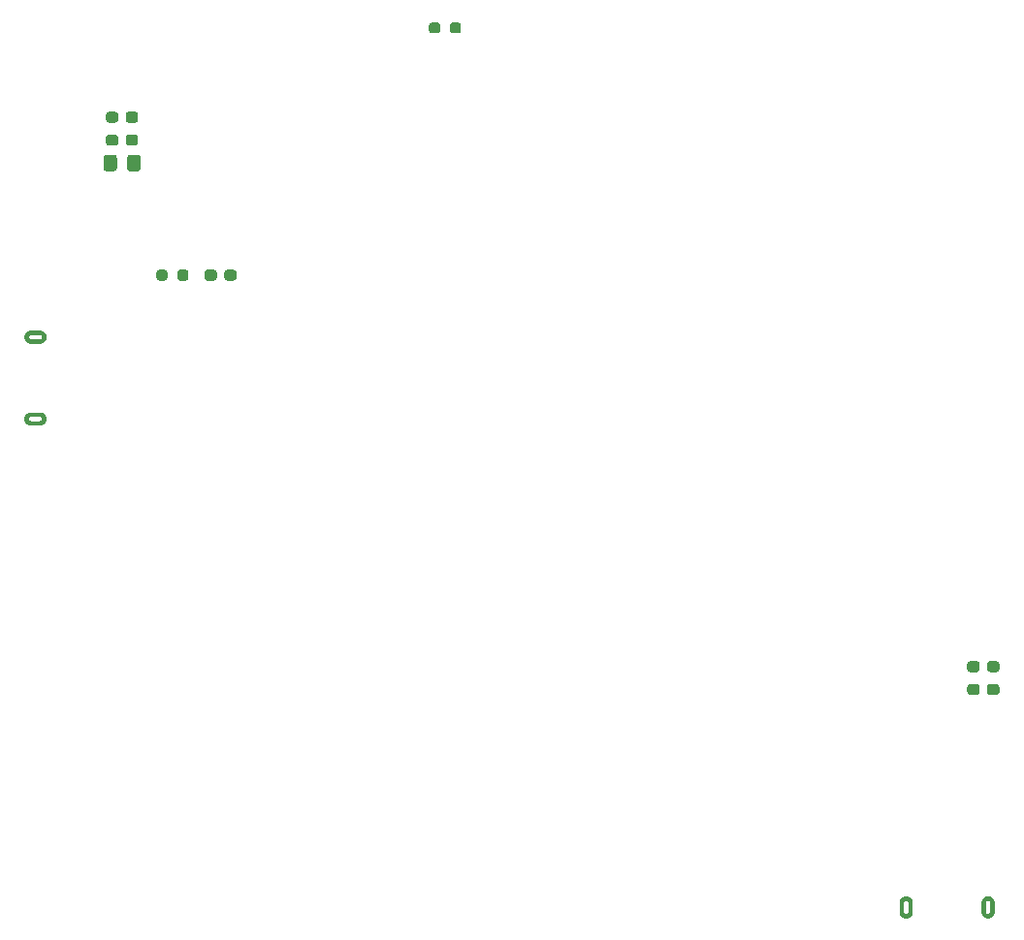
<source format=gbr>
G04 #@! TF.GenerationSoftware,KiCad,Pcbnew,(5.1.12)-1*
G04 #@! TF.CreationDate,2022-03-24T17:08:19-05:00*
G04 #@! TF.ProjectId,AVR-CTF,4156522d-4354-4462-9e6b-696361645f70,rev?*
G04 #@! TF.SameCoordinates,Original*
G04 #@! TF.FileFunction,Paste,Bot*
G04 #@! TF.FilePolarity,Positive*
%FSLAX46Y46*%
G04 Gerber Fmt 4.6, Leading zero omitted, Abs format (unit mm)*
G04 Created by KiCad (PCBNEW (5.1.12)-1) date 2022-03-24 17:08:19*
%MOMM*%
%LPD*%
G01*
G04 APERTURE LIST*
%ADD10C,0.001000*%
G04 APERTURE END LIST*
D10*
G36*
X196798000Y-123365000D02*
G01*
X196798000Y-123765000D01*
X196798000Y-123777000D01*
X196797000Y-123789000D01*
X196795000Y-123800000D01*
X196793000Y-123812000D01*
X196790000Y-123823000D01*
X196787000Y-123835000D01*
X196783000Y-123846000D01*
X196779000Y-123857000D01*
X196773000Y-123867000D01*
X196768000Y-123878000D01*
X196762000Y-123888000D01*
X196755000Y-123897000D01*
X196748000Y-123907000D01*
X196740000Y-123916000D01*
X196732000Y-123924000D01*
X196724000Y-123932000D01*
X196715000Y-123940000D01*
X196705000Y-123947000D01*
X196696000Y-123954000D01*
X196686000Y-123960000D01*
X196675000Y-123965000D01*
X196665000Y-123971000D01*
X196654000Y-123975000D01*
X196643000Y-123979000D01*
X196631000Y-123982000D01*
X196620000Y-123985000D01*
X196608000Y-123987000D01*
X196597000Y-123989000D01*
X196585000Y-123990000D01*
X196573000Y-123990000D01*
X196561000Y-123990000D01*
X196549000Y-123989000D01*
X196538000Y-123987000D01*
X196526000Y-123985000D01*
X196515000Y-123982000D01*
X196503000Y-123979000D01*
X196492000Y-123975000D01*
X196481000Y-123971000D01*
X196471000Y-123965000D01*
X196461000Y-123960000D01*
X196450000Y-123954000D01*
X196441000Y-123947000D01*
X196431000Y-123940000D01*
X196422000Y-123932000D01*
X196414000Y-123924000D01*
X196406000Y-123916000D01*
X196398000Y-123907000D01*
X196391000Y-123897000D01*
X196384000Y-123888000D01*
X196378000Y-123877000D01*
X196373000Y-123867000D01*
X196367000Y-123857000D01*
X196363000Y-123846000D01*
X196359000Y-123835000D01*
X196356000Y-123823000D01*
X196353000Y-123812000D01*
X196351000Y-123800000D01*
X196349000Y-123789000D01*
X196348000Y-123777000D01*
X196348000Y-123765000D01*
X196348000Y-123365000D01*
X196048000Y-123365000D01*
X196048000Y-123765000D01*
X196049000Y-123792000D01*
X196051000Y-123820000D01*
X196054000Y-123847000D01*
X196059000Y-123874000D01*
X196066000Y-123901000D01*
X196074000Y-123927000D01*
X196083000Y-123953000D01*
X196093000Y-123979000D01*
X196105000Y-124003000D01*
X196118000Y-124027000D01*
X196133000Y-124051000D01*
X196148000Y-124074000D01*
X196165000Y-124095000D01*
X196183000Y-124116000D01*
X196202000Y-124136000D01*
X196222000Y-124155000D01*
X196243000Y-124173000D01*
X196264000Y-124190000D01*
X196287000Y-124205000D01*
X196311000Y-124220000D01*
X196335000Y-124233000D01*
X196359000Y-124245000D01*
X196385000Y-124255000D01*
X196411000Y-124264000D01*
X196437000Y-124272000D01*
X196464000Y-124279000D01*
X196491000Y-124284000D01*
X196518000Y-124287000D01*
X196546000Y-124289000D01*
X196573000Y-124290000D01*
X196600000Y-124289000D01*
X196628000Y-124287000D01*
X196655000Y-124284000D01*
X196682000Y-124279000D01*
X196709000Y-124272000D01*
X196735000Y-124264000D01*
X196761000Y-124255000D01*
X196787000Y-124245000D01*
X196811000Y-124233000D01*
X196835000Y-124220000D01*
X196859000Y-124205000D01*
X196882000Y-124190000D01*
X196903000Y-124173000D01*
X196924000Y-124155000D01*
X196944000Y-124136000D01*
X196963000Y-124116000D01*
X196981000Y-124095000D01*
X196998000Y-124074000D01*
X197013000Y-124051000D01*
X197028000Y-124028000D01*
X197041000Y-124003000D01*
X197053000Y-123979000D01*
X197063000Y-123953000D01*
X197072000Y-123927000D01*
X197080000Y-123901000D01*
X197087000Y-123874000D01*
X197092000Y-123847000D01*
X197095000Y-123820000D01*
X197097000Y-123792000D01*
X197098000Y-123765000D01*
X197098000Y-123365000D01*
X196798000Y-123365000D01*
G37*
X196798000Y-123365000D02*
X196798000Y-123765000D01*
X196798000Y-123777000D01*
X196797000Y-123789000D01*
X196795000Y-123800000D01*
X196793000Y-123812000D01*
X196790000Y-123823000D01*
X196787000Y-123835000D01*
X196783000Y-123846000D01*
X196779000Y-123857000D01*
X196773000Y-123867000D01*
X196768000Y-123878000D01*
X196762000Y-123888000D01*
X196755000Y-123897000D01*
X196748000Y-123907000D01*
X196740000Y-123916000D01*
X196732000Y-123924000D01*
X196724000Y-123932000D01*
X196715000Y-123940000D01*
X196705000Y-123947000D01*
X196696000Y-123954000D01*
X196686000Y-123960000D01*
X196675000Y-123965000D01*
X196665000Y-123971000D01*
X196654000Y-123975000D01*
X196643000Y-123979000D01*
X196631000Y-123982000D01*
X196620000Y-123985000D01*
X196608000Y-123987000D01*
X196597000Y-123989000D01*
X196585000Y-123990000D01*
X196573000Y-123990000D01*
X196561000Y-123990000D01*
X196549000Y-123989000D01*
X196538000Y-123987000D01*
X196526000Y-123985000D01*
X196515000Y-123982000D01*
X196503000Y-123979000D01*
X196492000Y-123975000D01*
X196481000Y-123971000D01*
X196471000Y-123965000D01*
X196461000Y-123960000D01*
X196450000Y-123954000D01*
X196441000Y-123947000D01*
X196431000Y-123940000D01*
X196422000Y-123932000D01*
X196414000Y-123924000D01*
X196406000Y-123916000D01*
X196398000Y-123907000D01*
X196391000Y-123897000D01*
X196384000Y-123888000D01*
X196378000Y-123877000D01*
X196373000Y-123867000D01*
X196367000Y-123857000D01*
X196363000Y-123846000D01*
X196359000Y-123835000D01*
X196356000Y-123823000D01*
X196353000Y-123812000D01*
X196351000Y-123800000D01*
X196349000Y-123789000D01*
X196348000Y-123777000D01*
X196348000Y-123765000D01*
X196348000Y-123365000D01*
X196048000Y-123365000D01*
X196048000Y-123765000D01*
X196049000Y-123792000D01*
X196051000Y-123820000D01*
X196054000Y-123847000D01*
X196059000Y-123874000D01*
X196066000Y-123901000D01*
X196074000Y-123927000D01*
X196083000Y-123953000D01*
X196093000Y-123979000D01*
X196105000Y-124003000D01*
X196118000Y-124027000D01*
X196133000Y-124051000D01*
X196148000Y-124074000D01*
X196165000Y-124095000D01*
X196183000Y-124116000D01*
X196202000Y-124136000D01*
X196222000Y-124155000D01*
X196243000Y-124173000D01*
X196264000Y-124190000D01*
X196287000Y-124205000D01*
X196311000Y-124220000D01*
X196335000Y-124233000D01*
X196359000Y-124245000D01*
X196385000Y-124255000D01*
X196411000Y-124264000D01*
X196437000Y-124272000D01*
X196464000Y-124279000D01*
X196491000Y-124284000D01*
X196518000Y-124287000D01*
X196546000Y-124289000D01*
X196573000Y-124290000D01*
X196600000Y-124289000D01*
X196628000Y-124287000D01*
X196655000Y-124284000D01*
X196682000Y-124279000D01*
X196709000Y-124272000D01*
X196735000Y-124264000D01*
X196761000Y-124255000D01*
X196787000Y-124245000D01*
X196811000Y-124233000D01*
X196835000Y-124220000D01*
X196859000Y-124205000D01*
X196882000Y-124190000D01*
X196903000Y-124173000D01*
X196924000Y-124155000D01*
X196944000Y-124136000D01*
X196963000Y-124116000D01*
X196981000Y-124095000D01*
X196998000Y-124074000D01*
X197013000Y-124051000D01*
X197028000Y-124028000D01*
X197041000Y-124003000D01*
X197053000Y-123979000D01*
X197063000Y-123953000D01*
X197072000Y-123927000D01*
X197080000Y-123901000D01*
X197087000Y-123874000D01*
X197092000Y-123847000D01*
X197095000Y-123820000D01*
X197097000Y-123792000D01*
X197098000Y-123765000D01*
X197098000Y-123365000D01*
X196798000Y-123365000D01*
G36*
X196348000Y-123365000D02*
G01*
X196348000Y-122965000D01*
X196348000Y-122953000D01*
X196349000Y-122941000D01*
X196351000Y-122930000D01*
X196353000Y-122918000D01*
X196356000Y-122907000D01*
X196359000Y-122895000D01*
X196363000Y-122884000D01*
X196367000Y-122873000D01*
X196373000Y-122863000D01*
X196378000Y-122853000D01*
X196384000Y-122842000D01*
X196391000Y-122833000D01*
X196398000Y-122823000D01*
X196406000Y-122814000D01*
X196414000Y-122806000D01*
X196422000Y-122798000D01*
X196431000Y-122790000D01*
X196441000Y-122783000D01*
X196450000Y-122776000D01*
X196461000Y-122770000D01*
X196471000Y-122765000D01*
X196481000Y-122759000D01*
X196492000Y-122755000D01*
X196503000Y-122751000D01*
X196515000Y-122748000D01*
X196526000Y-122745000D01*
X196538000Y-122743000D01*
X196549000Y-122741000D01*
X196561000Y-122740000D01*
X196573000Y-122740000D01*
X196585000Y-122740000D01*
X196597000Y-122741000D01*
X196608000Y-122743000D01*
X196620000Y-122745000D01*
X196631000Y-122748000D01*
X196643000Y-122751000D01*
X196654000Y-122755000D01*
X196665000Y-122759000D01*
X196675000Y-122765000D01*
X196686000Y-122770000D01*
X196696000Y-122776000D01*
X196705000Y-122783000D01*
X196715000Y-122790000D01*
X196724000Y-122798000D01*
X196732000Y-122806000D01*
X196740000Y-122814000D01*
X196748000Y-122823000D01*
X196755000Y-122833000D01*
X196762000Y-122842000D01*
X196768000Y-122852000D01*
X196773000Y-122863000D01*
X196779000Y-122873000D01*
X196783000Y-122884000D01*
X196787000Y-122895000D01*
X196790000Y-122907000D01*
X196793000Y-122918000D01*
X196795000Y-122930000D01*
X196797000Y-122941000D01*
X196798000Y-122953000D01*
X196798000Y-122965000D01*
X196798000Y-123365000D01*
X197098000Y-123365000D01*
X197098000Y-122965000D01*
X197097000Y-122938000D01*
X197095000Y-122910000D01*
X197092000Y-122883000D01*
X197087000Y-122856000D01*
X197080000Y-122829000D01*
X197072000Y-122803000D01*
X197063000Y-122777000D01*
X197053000Y-122751000D01*
X197041000Y-122727000D01*
X197028000Y-122702000D01*
X197013000Y-122679000D01*
X196998000Y-122656000D01*
X196981000Y-122635000D01*
X196963000Y-122614000D01*
X196944000Y-122594000D01*
X196924000Y-122575000D01*
X196903000Y-122557000D01*
X196882000Y-122540000D01*
X196859000Y-122525000D01*
X196835000Y-122510000D01*
X196811000Y-122497000D01*
X196787000Y-122485000D01*
X196761000Y-122475000D01*
X196735000Y-122466000D01*
X196709000Y-122458000D01*
X196682000Y-122451000D01*
X196655000Y-122446000D01*
X196628000Y-122443000D01*
X196600000Y-122441000D01*
X196573000Y-122440000D01*
X196546000Y-122441000D01*
X196518000Y-122443000D01*
X196491000Y-122446000D01*
X196464000Y-122451000D01*
X196437000Y-122458000D01*
X196411000Y-122466000D01*
X196385000Y-122475000D01*
X196359000Y-122485000D01*
X196335000Y-122497000D01*
X196311000Y-122510000D01*
X196287000Y-122525000D01*
X196264000Y-122540000D01*
X196243000Y-122557000D01*
X196222000Y-122575000D01*
X196202000Y-122594000D01*
X196183000Y-122614000D01*
X196165000Y-122635000D01*
X196148000Y-122656000D01*
X196133000Y-122679000D01*
X196118000Y-122703000D01*
X196105000Y-122727000D01*
X196093000Y-122751000D01*
X196083000Y-122777000D01*
X196074000Y-122803000D01*
X196066000Y-122829000D01*
X196059000Y-122856000D01*
X196054000Y-122883000D01*
X196051000Y-122910000D01*
X196049000Y-122938000D01*
X196048000Y-122965000D01*
X196048000Y-123365000D01*
X196348000Y-123365000D01*
G37*
X196348000Y-123365000D02*
X196348000Y-122965000D01*
X196348000Y-122953000D01*
X196349000Y-122941000D01*
X196351000Y-122930000D01*
X196353000Y-122918000D01*
X196356000Y-122907000D01*
X196359000Y-122895000D01*
X196363000Y-122884000D01*
X196367000Y-122873000D01*
X196373000Y-122863000D01*
X196378000Y-122853000D01*
X196384000Y-122842000D01*
X196391000Y-122833000D01*
X196398000Y-122823000D01*
X196406000Y-122814000D01*
X196414000Y-122806000D01*
X196422000Y-122798000D01*
X196431000Y-122790000D01*
X196441000Y-122783000D01*
X196450000Y-122776000D01*
X196461000Y-122770000D01*
X196471000Y-122765000D01*
X196481000Y-122759000D01*
X196492000Y-122755000D01*
X196503000Y-122751000D01*
X196515000Y-122748000D01*
X196526000Y-122745000D01*
X196538000Y-122743000D01*
X196549000Y-122741000D01*
X196561000Y-122740000D01*
X196573000Y-122740000D01*
X196585000Y-122740000D01*
X196597000Y-122741000D01*
X196608000Y-122743000D01*
X196620000Y-122745000D01*
X196631000Y-122748000D01*
X196643000Y-122751000D01*
X196654000Y-122755000D01*
X196665000Y-122759000D01*
X196675000Y-122765000D01*
X196686000Y-122770000D01*
X196696000Y-122776000D01*
X196705000Y-122783000D01*
X196715000Y-122790000D01*
X196724000Y-122798000D01*
X196732000Y-122806000D01*
X196740000Y-122814000D01*
X196748000Y-122823000D01*
X196755000Y-122833000D01*
X196762000Y-122842000D01*
X196768000Y-122852000D01*
X196773000Y-122863000D01*
X196779000Y-122873000D01*
X196783000Y-122884000D01*
X196787000Y-122895000D01*
X196790000Y-122907000D01*
X196793000Y-122918000D01*
X196795000Y-122930000D01*
X196797000Y-122941000D01*
X196798000Y-122953000D01*
X196798000Y-122965000D01*
X196798000Y-123365000D01*
X197098000Y-123365000D01*
X197098000Y-122965000D01*
X197097000Y-122938000D01*
X197095000Y-122910000D01*
X197092000Y-122883000D01*
X197087000Y-122856000D01*
X197080000Y-122829000D01*
X197072000Y-122803000D01*
X197063000Y-122777000D01*
X197053000Y-122751000D01*
X197041000Y-122727000D01*
X197028000Y-122702000D01*
X197013000Y-122679000D01*
X196998000Y-122656000D01*
X196981000Y-122635000D01*
X196963000Y-122614000D01*
X196944000Y-122594000D01*
X196924000Y-122575000D01*
X196903000Y-122557000D01*
X196882000Y-122540000D01*
X196859000Y-122525000D01*
X196835000Y-122510000D01*
X196811000Y-122497000D01*
X196787000Y-122485000D01*
X196761000Y-122475000D01*
X196735000Y-122466000D01*
X196709000Y-122458000D01*
X196682000Y-122451000D01*
X196655000Y-122446000D01*
X196628000Y-122443000D01*
X196600000Y-122441000D01*
X196573000Y-122440000D01*
X196546000Y-122441000D01*
X196518000Y-122443000D01*
X196491000Y-122446000D01*
X196464000Y-122451000D01*
X196437000Y-122458000D01*
X196411000Y-122466000D01*
X196385000Y-122475000D01*
X196359000Y-122485000D01*
X196335000Y-122497000D01*
X196311000Y-122510000D01*
X196287000Y-122525000D01*
X196264000Y-122540000D01*
X196243000Y-122557000D01*
X196222000Y-122575000D01*
X196202000Y-122594000D01*
X196183000Y-122614000D01*
X196165000Y-122635000D01*
X196148000Y-122656000D01*
X196133000Y-122679000D01*
X196118000Y-122703000D01*
X196105000Y-122727000D01*
X196093000Y-122751000D01*
X196083000Y-122777000D01*
X196074000Y-122803000D01*
X196066000Y-122829000D01*
X196059000Y-122856000D01*
X196054000Y-122883000D01*
X196051000Y-122910000D01*
X196049000Y-122938000D01*
X196048000Y-122965000D01*
X196048000Y-123365000D01*
X196348000Y-123365000D01*
G36*
X189648000Y-123365000D02*
G01*
X189648000Y-123765000D01*
X189648000Y-123777000D01*
X189647000Y-123789000D01*
X189645000Y-123800000D01*
X189643000Y-123812000D01*
X189640000Y-123823000D01*
X189637000Y-123835000D01*
X189633000Y-123846000D01*
X189629000Y-123857000D01*
X189623000Y-123867000D01*
X189618000Y-123877000D01*
X189612000Y-123888000D01*
X189605000Y-123897000D01*
X189598000Y-123907000D01*
X189590000Y-123916000D01*
X189582000Y-123924000D01*
X189574000Y-123932000D01*
X189565000Y-123940000D01*
X189555000Y-123947000D01*
X189546000Y-123954000D01*
X189535000Y-123960000D01*
X189525000Y-123965000D01*
X189515000Y-123971000D01*
X189504000Y-123975000D01*
X189493000Y-123979000D01*
X189481000Y-123982000D01*
X189470000Y-123985000D01*
X189458000Y-123987000D01*
X189447000Y-123989000D01*
X189435000Y-123990000D01*
X189423000Y-123990000D01*
X189411000Y-123990000D01*
X189399000Y-123989000D01*
X189388000Y-123987000D01*
X189376000Y-123985000D01*
X189365000Y-123982000D01*
X189353000Y-123979000D01*
X189342000Y-123975000D01*
X189331000Y-123971000D01*
X189321000Y-123965000D01*
X189310000Y-123960000D01*
X189300000Y-123954000D01*
X189291000Y-123947000D01*
X189281000Y-123940000D01*
X189272000Y-123932000D01*
X189264000Y-123924000D01*
X189256000Y-123916000D01*
X189248000Y-123907000D01*
X189241000Y-123897000D01*
X189234000Y-123888000D01*
X189228000Y-123878000D01*
X189223000Y-123867000D01*
X189217000Y-123857000D01*
X189213000Y-123846000D01*
X189209000Y-123835000D01*
X189206000Y-123823000D01*
X189203000Y-123812000D01*
X189201000Y-123800000D01*
X189199000Y-123789000D01*
X189198000Y-123777000D01*
X189198000Y-123765000D01*
X189198000Y-123365000D01*
X188898000Y-123365000D01*
X188898000Y-123765000D01*
X188899000Y-123792000D01*
X188901000Y-123820000D01*
X188904000Y-123847000D01*
X188909000Y-123874000D01*
X188916000Y-123901000D01*
X188924000Y-123927000D01*
X188933000Y-123953000D01*
X188943000Y-123979000D01*
X188955000Y-124003000D01*
X188968000Y-124028000D01*
X188983000Y-124051000D01*
X188998000Y-124074000D01*
X189015000Y-124095000D01*
X189033000Y-124116000D01*
X189052000Y-124136000D01*
X189072000Y-124155000D01*
X189093000Y-124173000D01*
X189114000Y-124190000D01*
X189137000Y-124205000D01*
X189161000Y-124220000D01*
X189185000Y-124233000D01*
X189209000Y-124245000D01*
X189235000Y-124255000D01*
X189261000Y-124264000D01*
X189287000Y-124272000D01*
X189314000Y-124279000D01*
X189341000Y-124284000D01*
X189368000Y-124287000D01*
X189396000Y-124289000D01*
X189423000Y-124290000D01*
X189450000Y-124289000D01*
X189478000Y-124287000D01*
X189505000Y-124284000D01*
X189532000Y-124279000D01*
X189559000Y-124272000D01*
X189585000Y-124264000D01*
X189611000Y-124255000D01*
X189637000Y-124245000D01*
X189661000Y-124233000D01*
X189685000Y-124220000D01*
X189709000Y-124205000D01*
X189732000Y-124190000D01*
X189753000Y-124173000D01*
X189774000Y-124155000D01*
X189794000Y-124136000D01*
X189813000Y-124116000D01*
X189831000Y-124095000D01*
X189848000Y-124074000D01*
X189863000Y-124051000D01*
X189878000Y-124027000D01*
X189891000Y-124003000D01*
X189903000Y-123979000D01*
X189913000Y-123953000D01*
X189922000Y-123927000D01*
X189930000Y-123901000D01*
X189937000Y-123874000D01*
X189942000Y-123847000D01*
X189945000Y-123820000D01*
X189947000Y-123792000D01*
X189948000Y-123765000D01*
X189948000Y-123365000D01*
X189648000Y-123365000D01*
G37*
X189648000Y-123365000D02*
X189648000Y-123765000D01*
X189648000Y-123777000D01*
X189647000Y-123789000D01*
X189645000Y-123800000D01*
X189643000Y-123812000D01*
X189640000Y-123823000D01*
X189637000Y-123835000D01*
X189633000Y-123846000D01*
X189629000Y-123857000D01*
X189623000Y-123867000D01*
X189618000Y-123877000D01*
X189612000Y-123888000D01*
X189605000Y-123897000D01*
X189598000Y-123907000D01*
X189590000Y-123916000D01*
X189582000Y-123924000D01*
X189574000Y-123932000D01*
X189565000Y-123940000D01*
X189555000Y-123947000D01*
X189546000Y-123954000D01*
X189535000Y-123960000D01*
X189525000Y-123965000D01*
X189515000Y-123971000D01*
X189504000Y-123975000D01*
X189493000Y-123979000D01*
X189481000Y-123982000D01*
X189470000Y-123985000D01*
X189458000Y-123987000D01*
X189447000Y-123989000D01*
X189435000Y-123990000D01*
X189423000Y-123990000D01*
X189411000Y-123990000D01*
X189399000Y-123989000D01*
X189388000Y-123987000D01*
X189376000Y-123985000D01*
X189365000Y-123982000D01*
X189353000Y-123979000D01*
X189342000Y-123975000D01*
X189331000Y-123971000D01*
X189321000Y-123965000D01*
X189310000Y-123960000D01*
X189300000Y-123954000D01*
X189291000Y-123947000D01*
X189281000Y-123940000D01*
X189272000Y-123932000D01*
X189264000Y-123924000D01*
X189256000Y-123916000D01*
X189248000Y-123907000D01*
X189241000Y-123897000D01*
X189234000Y-123888000D01*
X189228000Y-123878000D01*
X189223000Y-123867000D01*
X189217000Y-123857000D01*
X189213000Y-123846000D01*
X189209000Y-123835000D01*
X189206000Y-123823000D01*
X189203000Y-123812000D01*
X189201000Y-123800000D01*
X189199000Y-123789000D01*
X189198000Y-123777000D01*
X189198000Y-123765000D01*
X189198000Y-123365000D01*
X188898000Y-123365000D01*
X188898000Y-123765000D01*
X188899000Y-123792000D01*
X188901000Y-123820000D01*
X188904000Y-123847000D01*
X188909000Y-123874000D01*
X188916000Y-123901000D01*
X188924000Y-123927000D01*
X188933000Y-123953000D01*
X188943000Y-123979000D01*
X188955000Y-124003000D01*
X188968000Y-124028000D01*
X188983000Y-124051000D01*
X188998000Y-124074000D01*
X189015000Y-124095000D01*
X189033000Y-124116000D01*
X189052000Y-124136000D01*
X189072000Y-124155000D01*
X189093000Y-124173000D01*
X189114000Y-124190000D01*
X189137000Y-124205000D01*
X189161000Y-124220000D01*
X189185000Y-124233000D01*
X189209000Y-124245000D01*
X189235000Y-124255000D01*
X189261000Y-124264000D01*
X189287000Y-124272000D01*
X189314000Y-124279000D01*
X189341000Y-124284000D01*
X189368000Y-124287000D01*
X189396000Y-124289000D01*
X189423000Y-124290000D01*
X189450000Y-124289000D01*
X189478000Y-124287000D01*
X189505000Y-124284000D01*
X189532000Y-124279000D01*
X189559000Y-124272000D01*
X189585000Y-124264000D01*
X189611000Y-124255000D01*
X189637000Y-124245000D01*
X189661000Y-124233000D01*
X189685000Y-124220000D01*
X189709000Y-124205000D01*
X189732000Y-124190000D01*
X189753000Y-124173000D01*
X189774000Y-124155000D01*
X189794000Y-124136000D01*
X189813000Y-124116000D01*
X189831000Y-124095000D01*
X189848000Y-124074000D01*
X189863000Y-124051000D01*
X189878000Y-124027000D01*
X189891000Y-124003000D01*
X189903000Y-123979000D01*
X189913000Y-123953000D01*
X189922000Y-123927000D01*
X189930000Y-123901000D01*
X189937000Y-123874000D01*
X189942000Y-123847000D01*
X189945000Y-123820000D01*
X189947000Y-123792000D01*
X189948000Y-123765000D01*
X189948000Y-123365000D01*
X189648000Y-123365000D01*
G36*
X189198000Y-123365000D02*
G01*
X189198000Y-122965000D01*
X189198000Y-122953000D01*
X189199000Y-122941000D01*
X189201000Y-122930000D01*
X189203000Y-122918000D01*
X189206000Y-122907000D01*
X189209000Y-122895000D01*
X189213000Y-122884000D01*
X189217000Y-122873000D01*
X189223000Y-122863000D01*
X189228000Y-122852000D01*
X189234000Y-122842000D01*
X189241000Y-122833000D01*
X189248000Y-122823000D01*
X189256000Y-122814000D01*
X189264000Y-122806000D01*
X189272000Y-122798000D01*
X189281000Y-122790000D01*
X189291000Y-122783000D01*
X189300000Y-122776000D01*
X189310000Y-122770000D01*
X189321000Y-122765000D01*
X189331000Y-122759000D01*
X189342000Y-122755000D01*
X189353000Y-122751000D01*
X189365000Y-122748000D01*
X189376000Y-122745000D01*
X189388000Y-122743000D01*
X189399000Y-122741000D01*
X189411000Y-122740000D01*
X189423000Y-122740000D01*
X189435000Y-122740000D01*
X189447000Y-122741000D01*
X189458000Y-122743000D01*
X189470000Y-122745000D01*
X189481000Y-122748000D01*
X189493000Y-122751000D01*
X189504000Y-122755000D01*
X189515000Y-122759000D01*
X189525000Y-122765000D01*
X189535000Y-122770000D01*
X189546000Y-122776000D01*
X189555000Y-122783000D01*
X189565000Y-122790000D01*
X189574000Y-122798000D01*
X189582000Y-122806000D01*
X189590000Y-122814000D01*
X189598000Y-122823000D01*
X189605000Y-122833000D01*
X189612000Y-122842000D01*
X189618000Y-122853000D01*
X189623000Y-122863000D01*
X189629000Y-122873000D01*
X189633000Y-122884000D01*
X189637000Y-122895000D01*
X189640000Y-122907000D01*
X189643000Y-122918000D01*
X189645000Y-122930000D01*
X189647000Y-122941000D01*
X189648000Y-122953000D01*
X189648000Y-122965000D01*
X189648000Y-123365000D01*
X189948000Y-123365000D01*
X189948000Y-122965000D01*
X189947000Y-122938000D01*
X189945000Y-122910000D01*
X189942000Y-122883000D01*
X189937000Y-122856000D01*
X189930000Y-122829000D01*
X189922000Y-122803000D01*
X189913000Y-122777000D01*
X189903000Y-122751000D01*
X189891000Y-122727000D01*
X189878000Y-122703000D01*
X189863000Y-122679000D01*
X189848000Y-122656000D01*
X189831000Y-122635000D01*
X189813000Y-122614000D01*
X189794000Y-122594000D01*
X189774000Y-122575000D01*
X189753000Y-122557000D01*
X189732000Y-122540000D01*
X189709000Y-122525000D01*
X189685000Y-122510000D01*
X189661000Y-122497000D01*
X189637000Y-122485000D01*
X189611000Y-122475000D01*
X189585000Y-122466000D01*
X189559000Y-122458000D01*
X189532000Y-122451000D01*
X189505000Y-122446000D01*
X189478000Y-122443000D01*
X189450000Y-122441000D01*
X189423000Y-122440000D01*
X189396000Y-122441000D01*
X189368000Y-122443000D01*
X189341000Y-122446000D01*
X189314000Y-122451000D01*
X189287000Y-122458000D01*
X189261000Y-122466000D01*
X189235000Y-122475000D01*
X189209000Y-122485000D01*
X189185000Y-122497000D01*
X189161000Y-122510000D01*
X189137000Y-122525000D01*
X189114000Y-122540000D01*
X189093000Y-122557000D01*
X189072000Y-122575000D01*
X189052000Y-122594000D01*
X189033000Y-122614000D01*
X189015000Y-122635000D01*
X188998000Y-122656000D01*
X188983000Y-122679000D01*
X188968000Y-122702000D01*
X188955000Y-122727000D01*
X188943000Y-122751000D01*
X188933000Y-122777000D01*
X188924000Y-122803000D01*
X188916000Y-122829000D01*
X188909000Y-122856000D01*
X188904000Y-122883000D01*
X188901000Y-122910000D01*
X188899000Y-122938000D01*
X188898000Y-122965000D01*
X188898000Y-123365000D01*
X189198000Y-123365000D01*
G37*
X189198000Y-123365000D02*
X189198000Y-122965000D01*
X189198000Y-122953000D01*
X189199000Y-122941000D01*
X189201000Y-122930000D01*
X189203000Y-122918000D01*
X189206000Y-122907000D01*
X189209000Y-122895000D01*
X189213000Y-122884000D01*
X189217000Y-122873000D01*
X189223000Y-122863000D01*
X189228000Y-122852000D01*
X189234000Y-122842000D01*
X189241000Y-122833000D01*
X189248000Y-122823000D01*
X189256000Y-122814000D01*
X189264000Y-122806000D01*
X189272000Y-122798000D01*
X189281000Y-122790000D01*
X189291000Y-122783000D01*
X189300000Y-122776000D01*
X189310000Y-122770000D01*
X189321000Y-122765000D01*
X189331000Y-122759000D01*
X189342000Y-122755000D01*
X189353000Y-122751000D01*
X189365000Y-122748000D01*
X189376000Y-122745000D01*
X189388000Y-122743000D01*
X189399000Y-122741000D01*
X189411000Y-122740000D01*
X189423000Y-122740000D01*
X189435000Y-122740000D01*
X189447000Y-122741000D01*
X189458000Y-122743000D01*
X189470000Y-122745000D01*
X189481000Y-122748000D01*
X189493000Y-122751000D01*
X189504000Y-122755000D01*
X189515000Y-122759000D01*
X189525000Y-122765000D01*
X189535000Y-122770000D01*
X189546000Y-122776000D01*
X189555000Y-122783000D01*
X189565000Y-122790000D01*
X189574000Y-122798000D01*
X189582000Y-122806000D01*
X189590000Y-122814000D01*
X189598000Y-122823000D01*
X189605000Y-122833000D01*
X189612000Y-122842000D01*
X189618000Y-122853000D01*
X189623000Y-122863000D01*
X189629000Y-122873000D01*
X189633000Y-122884000D01*
X189637000Y-122895000D01*
X189640000Y-122907000D01*
X189643000Y-122918000D01*
X189645000Y-122930000D01*
X189647000Y-122941000D01*
X189648000Y-122953000D01*
X189648000Y-122965000D01*
X189648000Y-123365000D01*
X189948000Y-123365000D01*
X189948000Y-122965000D01*
X189947000Y-122938000D01*
X189945000Y-122910000D01*
X189942000Y-122883000D01*
X189937000Y-122856000D01*
X189930000Y-122829000D01*
X189922000Y-122803000D01*
X189913000Y-122777000D01*
X189903000Y-122751000D01*
X189891000Y-122727000D01*
X189878000Y-122703000D01*
X189863000Y-122679000D01*
X189848000Y-122656000D01*
X189831000Y-122635000D01*
X189813000Y-122614000D01*
X189794000Y-122594000D01*
X189774000Y-122575000D01*
X189753000Y-122557000D01*
X189732000Y-122540000D01*
X189709000Y-122525000D01*
X189685000Y-122510000D01*
X189661000Y-122497000D01*
X189637000Y-122485000D01*
X189611000Y-122475000D01*
X189585000Y-122466000D01*
X189559000Y-122458000D01*
X189532000Y-122451000D01*
X189505000Y-122446000D01*
X189478000Y-122443000D01*
X189450000Y-122441000D01*
X189423000Y-122440000D01*
X189396000Y-122441000D01*
X189368000Y-122443000D01*
X189341000Y-122446000D01*
X189314000Y-122451000D01*
X189287000Y-122458000D01*
X189261000Y-122466000D01*
X189235000Y-122475000D01*
X189209000Y-122485000D01*
X189185000Y-122497000D01*
X189161000Y-122510000D01*
X189137000Y-122525000D01*
X189114000Y-122540000D01*
X189093000Y-122557000D01*
X189072000Y-122575000D01*
X189052000Y-122594000D01*
X189033000Y-122614000D01*
X189015000Y-122635000D01*
X188998000Y-122656000D01*
X188983000Y-122679000D01*
X188968000Y-122702000D01*
X188955000Y-122727000D01*
X188943000Y-122751000D01*
X188933000Y-122777000D01*
X188924000Y-122803000D01*
X188916000Y-122829000D01*
X188909000Y-122856000D01*
X188904000Y-122883000D01*
X188901000Y-122910000D01*
X188899000Y-122938000D01*
X188898000Y-122965000D01*
X188898000Y-123365000D01*
X189198000Y-123365000D01*
G36*
X113398000Y-73315000D02*
G01*
X113798000Y-73315000D01*
X113810000Y-73315000D01*
X113822000Y-73316000D01*
X113833000Y-73318000D01*
X113845000Y-73320000D01*
X113856000Y-73323000D01*
X113868000Y-73326000D01*
X113879000Y-73330000D01*
X113890000Y-73334000D01*
X113900000Y-73340000D01*
X113911000Y-73345000D01*
X113921000Y-73351000D01*
X113930000Y-73358000D01*
X113940000Y-73365000D01*
X113949000Y-73373000D01*
X113957000Y-73381000D01*
X113965000Y-73389000D01*
X113973000Y-73398000D01*
X113980000Y-73408000D01*
X113987000Y-73417000D01*
X113993000Y-73427000D01*
X113998000Y-73438000D01*
X114004000Y-73448000D01*
X114008000Y-73459000D01*
X114012000Y-73470000D01*
X114015000Y-73482000D01*
X114018000Y-73493000D01*
X114020000Y-73505000D01*
X114022000Y-73516000D01*
X114023000Y-73528000D01*
X114023000Y-73540000D01*
X114023000Y-73552000D01*
X114022000Y-73564000D01*
X114020000Y-73575000D01*
X114018000Y-73587000D01*
X114015000Y-73598000D01*
X114012000Y-73610000D01*
X114008000Y-73621000D01*
X114004000Y-73632000D01*
X113998000Y-73642000D01*
X113993000Y-73652000D01*
X113987000Y-73663000D01*
X113980000Y-73672000D01*
X113973000Y-73682000D01*
X113965000Y-73691000D01*
X113957000Y-73699000D01*
X113949000Y-73707000D01*
X113940000Y-73715000D01*
X113930000Y-73722000D01*
X113921000Y-73729000D01*
X113910000Y-73735000D01*
X113900000Y-73740000D01*
X113890000Y-73746000D01*
X113879000Y-73750000D01*
X113868000Y-73754000D01*
X113856000Y-73757000D01*
X113845000Y-73760000D01*
X113833000Y-73762000D01*
X113822000Y-73764000D01*
X113810000Y-73765000D01*
X113798000Y-73765000D01*
X113398000Y-73765000D01*
X113398000Y-74065000D01*
X113798000Y-74065000D01*
X113825000Y-74064000D01*
X113853000Y-74062000D01*
X113880000Y-74059000D01*
X113907000Y-74054000D01*
X113934000Y-74047000D01*
X113960000Y-74039000D01*
X113986000Y-74030000D01*
X114012000Y-74020000D01*
X114036000Y-74008000D01*
X114060000Y-73995000D01*
X114084000Y-73980000D01*
X114107000Y-73965000D01*
X114128000Y-73948000D01*
X114149000Y-73930000D01*
X114169000Y-73911000D01*
X114188000Y-73891000D01*
X114206000Y-73870000D01*
X114223000Y-73849000D01*
X114238000Y-73826000D01*
X114253000Y-73802000D01*
X114266000Y-73778000D01*
X114278000Y-73754000D01*
X114288000Y-73728000D01*
X114297000Y-73702000D01*
X114305000Y-73676000D01*
X114312000Y-73649000D01*
X114317000Y-73622000D01*
X114320000Y-73595000D01*
X114322000Y-73567000D01*
X114323000Y-73540000D01*
X114322000Y-73513000D01*
X114320000Y-73485000D01*
X114317000Y-73458000D01*
X114312000Y-73431000D01*
X114305000Y-73404000D01*
X114297000Y-73378000D01*
X114288000Y-73352000D01*
X114278000Y-73326000D01*
X114266000Y-73302000D01*
X114253000Y-73278000D01*
X114238000Y-73254000D01*
X114223000Y-73231000D01*
X114206000Y-73210000D01*
X114188000Y-73189000D01*
X114169000Y-73169000D01*
X114149000Y-73150000D01*
X114128000Y-73132000D01*
X114107000Y-73115000D01*
X114084000Y-73100000D01*
X114061000Y-73085000D01*
X114036000Y-73072000D01*
X114012000Y-73060000D01*
X113986000Y-73050000D01*
X113960000Y-73041000D01*
X113934000Y-73033000D01*
X113907000Y-73026000D01*
X113880000Y-73021000D01*
X113853000Y-73018000D01*
X113825000Y-73016000D01*
X113798000Y-73015000D01*
X113398000Y-73015000D01*
X113398000Y-73315000D01*
G37*
X113398000Y-73315000D02*
X113798000Y-73315000D01*
X113810000Y-73315000D01*
X113822000Y-73316000D01*
X113833000Y-73318000D01*
X113845000Y-73320000D01*
X113856000Y-73323000D01*
X113868000Y-73326000D01*
X113879000Y-73330000D01*
X113890000Y-73334000D01*
X113900000Y-73340000D01*
X113911000Y-73345000D01*
X113921000Y-73351000D01*
X113930000Y-73358000D01*
X113940000Y-73365000D01*
X113949000Y-73373000D01*
X113957000Y-73381000D01*
X113965000Y-73389000D01*
X113973000Y-73398000D01*
X113980000Y-73408000D01*
X113987000Y-73417000D01*
X113993000Y-73427000D01*
X113998000Y-73438000D01*
X114004000Y-73448000D01*
X114008000Y-73459000D01*
X114012000Y-73470000D01*
X114015000Y-73482000D01*
X114018000Y-73493000D01*
X114020000Y-73505000D01*
X114022000Y-73516000D01*
X114023000Y-73528000D01*
X114023000Y-73540000D01*
X114023000Y-73552000D01*
X114022000Y-73564000D01*
X114020000Y-73575000D01*
X114018000Y-73587000D01*
X114015000Y-73598000D01*
X114012000Y-73610000D01*
X114008000Y-73621000D01*
X114004000Y-73632000D01*
X113998000Y-73642000D01*
X113993000Y-73652000D01*
X113987000Y-73663000D01*
X113980000Y-73672000D01*
X113973000Y-73682000D01*
X113965000Y-73691000D01*
X113957000Y-73699000D01*
X113949000Y-73707000D01*
X113940000Y-73715000D01*
X113930000Y-73722000D01*
X113921000Y-73729000D01*
X113910000Y-73735000D01*
X113900000Y-73740000D01*
X113890000Y-73746000D01*
X113879000Y-73750000D01*
X113868000Y-73754000D01*
X113856000Y-73757000D01*
X113845000Y-73760000D01*
X113833000Y-73762000D01*
X113822000Y-73764000D01*
X113810000Y-73765000D01*
X113798000Y-73765000D01*
X113398000Y-73765000D01*
X113398000Y-74065000D01*
X113798000Y-74065000D01*
X113825000Y-74064000D01*
X113853000Y-74062000D01*
X113880000Y-74059000D01*
X113907000Y-74054000D01*
X113934000Y-74047000D01*
X113960000Y-74039000D01*
X113986000Y-74030000D01*
X114012000Y-74020000D01*
X114036000Y-74008000D01*
X114060000Y-73995000D01*
X114084000Y-73980000D01*
X114107000Y-73965000D01*
X114128000Y-73948000D01*
X114149000Y-73930000D01*
X114169000Y-73911000D01*
X114188000Y-73891000D01*
X114206000Y-73870000D01*
X114223000Y-73849000D01*
X114238000Y-73826000D01*
X114253000Y-73802000D01*
X114266000Y-73778000D01*
X114278000Y-73754000D01*
X114288000Y-73728000D01*
X114297000Y-73702000D01*
X114305000Y-73676000D01*
X114312000Y-73649000D01*
X114317000Y-73622000D01*
X114320000Y-73595000D01*
X114322000Y-73567000D01*
X114323000Y-73540000D01*
X114322000Y-73513000D01*
X114320000Y-73485000D01*
X114317000Y-73458000D01*
X114312000Y-73431000D01*
X114305000Y-73404000D01*
X114297000Y-73378000D01*
X114288000Y-73352000D01*
X114278000Y-73326000D01*
X114266000Y-73302000D01*
X114253000Y-73278000D01*
X114238000Y-73254000D01*
X114223000Y-73231000D01*
X114206000Y-73210000D01*
X114188000Y-73189000D01*
X114169000Y-73169000D01*
X114149000Y-73150000D01*
X114128000Y-73132000D01*
X114107000Y-73115000D01*
X114084000Y-73100000D01*
X114061000Y-73085000D01*
X114036000Y-73072000D01*
X114012000Y-73060000D01*
X113986000Y-73050000D01*
X113960000Y-73041000D01*
X113934000Y-73033000D01*
X113907000Y-73026000D01*
X113880000Y-73021000D01*
X113853000Y-73018000D01*
X113825000Y-73016000D01*
X113798000Y-73015000D01*
X113398000Y-73015000D01*
X113398000Y-73315000D01*
G36*
X113398000Y-73765000D02*
G01*
X112998000Y-73765000D01*
X112986000Y-73765000D01*
X112974000Y-73764000D01*
X112963000Y-73762000D01*
X112951000Y-73760000D01*
X112940000Y-73757000D01*
X112928000Y-73754000D01*
X112917000Y-73750000D01*
X112906000Y-73746000D01*
X112896000Y-73740000D01*
X112886000Y-73735000D01*
X112875000Y-73729000D01*
X112866000Y-73722000D01*
X112856000Y-73715000D01*
X112847000Y-73707000D01*
X112839000Y-73699000D01*
X112831000Y-73691000D01*
X112823000Y-73682000D01*
X112816000Y-73672000D01*
X112809000Y-73663000D01*
X112803000Y-73652000D01*
X112798000Y-73642000D01*
X112792000Y-73632000D01*
X112788000Y-73621000D01*
X112784000Y-73610000D01*
X112781000Y-73598000D01*
X112778000Y-73587000D01*
X112776000Y-73575000D01*
X112774000Y-73564000D01*
X112773000Y-73552000D01*
X112773000Y-73540000D01*
X112773000Y-73528000D01*
X112774000Y-73516000D01*
X112776000Y-73505000D01*
X112778000Y-73493000D01*
X112781000Y-73482000D01*
X112784000Y-73470000D01*
X112788000Y-73459000D01*
X112792000Y-73448000D01*
X112798000Y-73438000D01*
X112803000Y-73427000D01*
X112809000Y-73417000D01*
X112816000Y-73408000D01*
X112823000Y-73398000D01*
X112831000Y-73389000D01*
X112839000Y-73381000D01*
X112847000Y-73373000D01*
X112856000Y-73365000D01*
X112866000Y-73358000D01*
X112875000Y-73351000D01*
X112885000Y-73345000D01*
X112896000Y-73340000D01*
X112906000Y-73334000D01*
X112917000Y-73330000D01*
X112928000Y-73326000D01*
X112940000Y-73323000D01*
X112951000Y-73320000D01*
X112963000Y-73318000D01*
X112974000Y-73316000D01*
X112986000Y-73315000D01*
X112998000Y-73315000D01*
X113398000Y-73315000D01*
X113398000Y-73015000D01*
X112998000Y-73015000D01*
X112971000Y-73016000D01*
X112943000Y-73018000D01*
X112916000Y-73021000D01*
X112889000Y-73026000D01*
X112862000Y-73033000D01*
X112836000Y-73041000D01*
X112810000Y-73050000D01*
X112784000Y-73060000D01*
X112760000Y-73072000D01*
X112735000Y-73085000D01*
X112712000Y-73100000D01*
X112689000Y-73115000D01*
X112668000Y-73132000D01*
X112647000Y-73150000D01*
X112627000Y-73169000D01*
X112608000Y-73189000D01*
X112590000Y-73210000D01*
X112573000Y-73231000D01*
X112558000Y-73254000D01*
X112543000Y-73278000D01*
X112530000Y-73302000D01*
X112518000Y-73326000D01*
X112508000Y-73352000D01*
X112499000Y-73378000D01*
X112491000Y-73404000D01*
X112484000Y-73431000D01*
X112479000Y-73458000D01*
X112476000Y-73485000D01*
X112474000Y-73513000D01*
X112473000Y-73540000D01*
X112474000Y-73567000D01*
X112476000Y-73595000D01*
X112479000Y-73622000D01*
X112484000Y-73649000D01*
X112491000Y-73676000D01*
X112499000Y-73702000D01*
X112508000Y-73728000D01*
X112518000Y-73754000D01*
X112530000Y-73778000D01*
X112543000Y-73802000D01*
X112558000Y-73826000D01*
X112573000Y-73849000D01*
X112590000Y-73870000D01*
X112608000Y-73891000D01*
X112627000Y-73911000D01*
X112647000Y-73930000D01*
X112668000Y-73948000D01*
X112689000Y-73965000D01*
X112712000Y-73980000D01*
X112736000Y-73995000D01*
X112760000Y-74008000D01*
X112784000Y-74020000D01*
X112810000Y-74030000D01*
X112836000Y-74039000D01*
X112862000Y-74047000D01*
X112889000Y-74054000D01*
X112916000Y-74059000D01*
X112943000Y-74062000D01*
X112971000Y-74064000D01*
X112998000Y-74065000D01*
X113398000Y-74065000D01*
X113398000Y-73765000D01*
G37*
X113398000Y-73765000D02*
X112998000Y-73765000D01*
X112986000Y-73765000D01*
X112974000Y-73764000D01*
X112963000Y-73762000D01*
X112951000Y-73760000D01*
X112940000Y-73757000D01*
X112928000Y-73754000D01*
X112917000Y-73750000D01*
X112906000Y-73746000D01*
X112896000Y-73740000D01*
X112886000Y-73735000D01*
X112875000Y-73729000D01*
X112866000Y-73722000D01*
X112856000Y-73715000D01*
X112847000Y-73707000D01*
X112839000Y-73699000D01*
X112831000Y-73691000D01*
X112823000Y-73682000D01*
X112816000Y-73672000D01*
X112809000Y-73663000D01*
X112803000Y-73652000D01*
X112798000Y-73642000D01*
X112792000Y-73632000D01*
X112788000Y-73621000D01*
X112784000Y-73610000D01*
X112781000Y-73598000D01*
X112778000Y-73587000D01*
X112776000Y-73575000D01*
X112774000Y-73564000D01*
X112773000Y-73552000D01*
X112773000Y-73540000D01*
X112773000Y-73528000D01*
X112774000Y-73516000D01*
X112776000Y-73505000D01*
X112778000Y-73493000D01*
X112781000Y-73482000D01*
X112784000Y-73470000D01*
X112788000Y-73459000D01*
X112792000Y-73448000D01*
X112798000Y-73438000D01*
X112803000Y-73427000D01*
X112809000Y-73417000D01*
X112816000Y-73408000D01*
X112823000Y-73398000D01*
X112831000Y-73389000D01*
X112839000Y-73381000D01*
X112847000Y-73373000D01*
X112856000Y-73365000D01*
X112866000Y-73358000D01*
X112875000Y-73351000D01*
X112885000Y-73345000D01*
X112896000Y-73340000D01*
X112906000Y-73334000D01*
X112917000Y-73330000D01*
X112928000Y-73326000D01*
X112940000Y-73323000D01*
X112951000Y-73320000D01*
X112963000Y-73318000D01*
X112974000Y-73316000D01*
X112986000Y-73315000D01*
X112998000Y-73315000D01*
X113398000Y-73315000D01*
X113398000Y-73015000D01*
X112998000Y-73015000D01*
X112971000Y-73016000D01*
X112943000Y-73018000D01*
X112916000Y-73021000D01*
X112889000Y-73026000D01*
X112862000Y-73033000D01*
X112836000Y-73041000D01*
X112810000Y-73050000D01*
X112784000Y-73060000D01*
X112760000Y-73072000D01*
X112735000Y-73085000D01*
X112712000Y-73100000D01*
X112689000Y-73115000D01*
X112668000Y-73132000D01*
X112647000Y-73150000D01*
X112627000Y-73169000D01*
X112608000Y-73189000D01*
X112590000Y-73210000D01*
X112573000Y-73231000D01*
X112558000Y-73254000D01*
X112543000Y-73278000D01*
X112530000Y-73302000D01*
X112518000Y-73326000D01*
X112508000Y-73352000D01*
X112499000Y-73378000D01*
X112491000Y-73404000D01*
X112484000Y-73431000D01*
X112479000Y-73458000D01*
X112476000Y-73485000D01*
X112474000Y-73513000D01*
X112473000Y-73540000D01*
X112474000Y-73567000D01*
X112476000Y-73595000D01*
X112479000Y-73622000D01*
X112484000Y-73649000D01*
X112491000Y-73676000D01*
X112499000Y-73702000D01*
X112508000Y-73728000D01*
X112518000Y-73754000D01*
X112530000Y-73778000D01*
X112543000Y-73802000D01*
X112558000Y-73826000D01*
X112573000Y-73849000D01*
X112590000Y-73870000D01*
X112608000Y-73891000D01*
X112627000Y-73911000D01*
X112647000Y-73930000D01*
X112668000Y-73948000D01*
X112689000Y-73965000D01*
X112712000Y-73980000D01*
X112736000Y-73995000D01*
X112760000Y-74008000D01*
X112784000Y-74020000D01*
X112810000Y-74030000D01*
X112836000Y-74039000D01*
X112862000Y-74047000D01*
X112889000Y-74054000D01*
X112916000Y-74059000D01*
X112943000Y-74062000D01*
X112971000Y-74064000D01*
X112998000Y-74065000D01*
X113398000Y-74065000D01*
X113398000Y-73765000D01*
G36*
X113398000Y-80465000D02*
G01*
X113798000Y-80465000D01*
X113810000Y-80465000D01*
X113822000Y-80466000D01*
X113833000Y-80468000D01*
X113845000Y-80470000D01*
X113856000Y-80473000D01*
X113868000Y-80476000D01*
X113879000Y-80480000D01*
X113890000Y-80484000D01*
X113900000Y-80490000D01*
X113910000Y-80495000D01*
X113921000Y-80501000D01*
X113930000Y-80508000D01*
X113940000Y-80515000D01*
X113949000Y-80523000D01*
X113957000Y-80531000D01*
X113965000Y-80539000D01*
X113973000Y-80548000D01*
X113980000Y-80558000D01*
X113987000Y-80567000D01*
X113993000Y-80578000D01*
X113998000Y-80588000D01*
X114004000Y-80598000D01*
X114008000Y-80609000D01*
X114012000Y-80620000D01*
X114015000Y-80632000D01*
X114018000Y-80643000D01*
X114020000Y-80655000D01*
X114022000Y-80666000D01*
X114023000Y-80678000D01*
X114023000Y-80690000D01*
X114023000Y-80702000D01*
X114022000Y-80714000D01*
X114020000Y-80725000D01*
X114018000Y-80737000D01*
X114015000Y-80748000D01*
X114012000Y-80760000D01*
X114008000Y-80771000D01*
X114004000Y-80782000D01*
X113998000Y-80792000D01*
X113993000Y-80803000D01*
X113987000Y-80813000D01*
X113980000Y-80822000D01*
X113973000Y-80832000D01*
X113965000Y-80841000D01*
X113957000Y-80849000D01*
X113949000Y-80857000D01*
X113940000Y-80865000D01*
X113930000Y-80872000D01*
X113921000Y-80879000D01*
X113911000Y-80885000D01*
X113900000Y-80890000D01*
X113890000Y-80896000D01*
X113879000Y-80900000D01*
X113868000Y-80904000D01*
X113856000Y-80907000D01*
X113845000Y-80910000D01*
X113833000Y-80912000D01*
X113822000Y-80914000D01*
X113810000Y-80915000D01*
X113798000Y-80915000D01*
X113398000Y-80915000D01*
X113398000Y-81215000D01*
X113798000Y-81215000D01*
X113825000Y-81214000D01*
X113853000Y-81212000D01*
X113880000Y-81209000D01*
X113907000Y-81204000D01*
X113934000Y-81197000D01*
X113960000Y-81189000D01*
X113986000Y-81180000D01*
X114012000Y-81170000D01*
X114036000Y-81158000D01*
X114061000Y-81145000D01*
X114084000Y-81130000D01*
X114107000Y-81115000D01*
X114128000Y-81098000D01*
X114149000Y-81080000D01*
X114169000Y-81061000D01*
X114188000Y-81041000D01*
X114206000Y-81020000D01*
X114223000Y-80999000D01*
X114238000Y-80976000D01*
X114253000Y-80952000D01*
X114266000Y-80928000D01*
X114278000Y-80904000D01*
X114288000Y-80878000D01*
X114297000Y-80852000D01*
X114305000Y-80826000D01*
X114312000Y-80799000D01*
X114317000Y-80772000D01*
X114320000Y-80745000D01*
X114322000Y-80717000D01*
X114323000Y-80690000D01*
X114322000Y-80663000D01*
X114320000Y-80635000D01*
X114317000Y-80608000D01*
X114312000Y-80581000D01*
X114305000Y-80554000D01*
X114297000Y-80528000D01*
X114288000Y-80502000D01*
X114278000Y-80476000D01*
X114266000Y-80452000D01*
X114253000Y-80428000D01*
X114238000Y-80404000D01*
X114223000Y-80381000D01*
X114206000Y-80360000D01*
X114188000Y-80339000D01*
X114169000Y-80319000D01*
X114149000Y-80300000D01*
X114128000Y-80282000D01*
X114107000Y-80265000D01*
X114084000Y-80250000D01*
X114060000Y-80235000D01*
X114036000Y-80222000D01*
X114012000Y-80210000D01*
X113986000Y-80200000D01*
X113960000Y-80191000D01*
X113934000Y-80183000D01*
X113907000Y-80176000D01*
X113880000Y-80171000D01*
X113853000Y-80168000D01*
X113825000Y-80166000D01*
X113798000Y-80165000D01*
X113398000Y-80165000D01*
X113398000Y-80465000D01*
G37*
X113398000Y-80465000D02*
X113798000Y-80465000D01*
X113810000Y-80465000D01*
X113822000Y-80466000D01*
X113833000Y-80468000D01*
X113845000Y-80470000D01*
X113856000Y-80473000D01*
X113868000Y-80476000D01*
X113879000Y-80480000D01*
X113890000Y-80484000D01*
X113900000Y-80490000D01*
X113910000Y-80495000D01*
X113921000Y-80501000D01*
X113930000Y-80508000D01*
X113940000Y-80515000D01*
X113949000Y-80523000D01*
X113957000Y-80531000D01*
X113965000Y-80539000D01*
X113973000Y-80548000D01*
X113980000Y-80558000D01*
X113987000Y-80567000D01*
X113993000Y-80578000D01*
X113998000Y-80588000D01*
X114004000Y-80598000D01*
X114008000Y-80609000D01*
X114012000Y-80620000D01*
X114015000Y-80632000D01*
X114018000Y-80643000D01*
X114020000Y-80655000D01*
X114022000Y-80666000D01*
X114023000Y-80678000D01*
X114023000Y-80690000D01*
X114023000Y-80702000D01*
X114022000Y-80714000D01*
X114020000Y-80725000D01*
X114018000Y-80737000D01*
X114015000Y-80748000D01*
X114012000Y-80760000D01*
X114008000Y-80771000D01*
X114004000Y-80782000D01*
X113998000Y-80792000D01*
X113993000Y-80803000D01*
X113987000Y-80813000D01*
X113980000Y-80822000D01*
X113973000Y-80832000D01*
X113965000Y-80841000D01*
X113957000Y-80849000D01*
X113949000Y-80857000D01*
X113940000Y-80865000D01*
X113930000Y-80872000D01*
X113921000Y-80879000D01*
X113911000Y-80885000D01*
X113900000Y-80890000D01*
X113890000Y-80896000D01*
X113879000Y-80900000D01*
X113868000Y-80904000D01*
X113856000Y-80907000D01*
X113845000Y-80910000D01*
X113833000Y-80912000D01*
X113822000Y-80914000D01*
X113810000Y-80915000D01*
X113798000Y-80915000D01*
X113398000Y-80915000D01*
X113398000Y-81215000D01*
X113798000Y-81215000D01*
X113825000Y-81214000D01*
X113853000Y-81212000D01*
X113880000Y-81209000D01*
X113907000Y-81204000D01*
X113934000Y-81197000D01*
X113960000Y-81189000D01*
X113986000Y-81180000D01*
X114012000Y-81170000D01*
X114036000Y-81158000D01*
X114061000Y-81145000D01*
X114084000Y-81130000D01*
X114107000Y-81115000D01*
X114128000Y-81098000D01*
X114149000Y-81080000D01*
X114169000Y-81061000D01*
X114188000Y-81041000D01*
X114206000Y-81020000D01*
X114223000Y-80999000D01*
X114238000Y-80976000D01*
X114253000Y-80952000D01*
X114266000Y-80928000D01*
X114278000Y-80904000D01*
X114288000Y-80878000D01*
X114297000Y-80852000D01*
X114305000Y-80826000D01*
X114312000Y-80799000D01*
X114317000Y-80772000D01*
X114320000Y-80745000D01*
X114322000Y-80717000D01*
X114323000Y-80690000D01*
X114322000Y-80663000D01*
X114320000Y-80635000D01*
X114317000Y-80608000D01*
X114312000Y-80581000D01*
X114305000Y-80554000D01*
X114297000Y-80528000D01*
X114288000Y-80502000D01*
X114278000Y-80476000D01*
X114266000Y-80452000D01*
X114253000Y-80428000D01*
X114238000Y-80404000D01*
X114223000Y-80381000D01*
X114206000Y-80360000D01*
X114188000Y-80339000D01*
X114169000Y-80319000D01*
X114149000Y-80300000D01*
X114128000Y-80282000D01*
X114107000Y-80265000D01*
X114084000Y-80250000D01*
X114060000Y-80235000D01*
X114036000Y-80222000D01*
X114012000Y-80210000D01*
X113986000Y-80200000D01*
X113960000Y-80191000D01*
X113934000Y-80183000D01*
X113907000Y-80176000D01*
X113880000Y-80171000D01*
X113853000Y-80168000D01*
X113825000Y-80166000D01*
X113798000Y-80165000D01*
X113398000Y-80165000D01*
X113398000Y-80465000D01*
G36*
X113398000Y-80915000D02*
G01*
X112998000Y-80915000D01*
X112986000Y-80915000D01*
X112974000Y-80914000D01*
X112963000Y-80912000D01*
X112951000Y-80910000D01*
X112940000Y-80907000D01*
X112928000Y-80904000D01*
X112917000Y-80900000D01*
X112906000Y-80896000D01*
X112896000Y-80890000D01*
X112885000Y-80885000D01*
X112875000Y-80879000D01*
X112866000Y-80872000D01*
X112856000Y-80865000D01*
X112847000Y-80857000D01*
X112839000Y-80849000D01*
X112831000Y-80841000D01*
X112823000Y-80832000D01*
X112816000Y-80822000D01*
X112809000Y-80813000D01*
X112803000Y-80803000D01*
X112798000Y-80792000D01*
X112792000Y-80782000D01*
X112788000Y-80771000D01*
X112784000Y-80760000D01*
X112781000Y-80748000D01*
X112778000Y-80737000D01*
X112776000Y-80725000D01*
X112774000Y-80714000D01*
X112773000Y-80702000D01*
X112773000Y-80690000D01*
X112773000Y-80678000D01*
X112774000Y-80666000D01*
X112776000Y-80655000D01*
X112778000Y-80643000D01*
X112781000Y-80632000D01*
X112784000Y-80620000D01*
X112788000Y-80609000D01*
X112792000Y-80598000D01*
X112798000Y-80588000D01*
X112803000Y-80578000D01*
X112809000Y-80567000D01*
X112816000Y-80558000D01*
X112823000Y-80548000D01*
X112831000Y-80539000D01*
X112839000Y-80531000D01*
X112847000Y-80523000D01*
X112856000Y-80515000D01*
X112866000Y-80508000D01*
X112875000Y-80501000D01*
X112886000Y-80495000D01*
X112896000Y-80490000D01*
X112906000Y-80484000D01*
X112917000Y-80480000D01*
X112928000Y-80476000D01*
X112940000Y-80473000D01*
X112951000Y-80470000D01*
X112963000Y-80468000D01*
X112974000Y-80466000D01*
X112986000Y-80465000D01*
X112998000Y-80465000D01*
X113398000Y-80465000D01*
X113398000Y-80165000D01*
X112998000Y-80165000D01*
X112971000Y-80166000D01*
X112943000Y-80168000D01*
X112916000Y-80171000D01*
X112889000Y-80176000D01*
X112862000Y-80183000D01*
X112836000Y-80191000D01*
X112810000Y-80200000D01*
X112784000Y-80210000D01*
X112760000Y-80222000D01*
X112736000Y-80235000D01*
X112712000Y-80250000D01*
X112689000Y-80265000D01*
X112668000Y-80282000D01*
X112647000Y-80300000D01*
X112627000Y-80319000D01*
X112608000Y-80339000D01*
X112590000Y-80360000D01*
X112573000Y-80381000D01*
X112558000Y-80404000D01*
X112543000Y-80428000D01*
X112530000Y-80452000D01*
X112518000Y-80476000D01*
X112508000Y-80502000D01*
X112499000Y-80528000D01*
X112491000Y-80554000D01*
X112484000Y-80581000D01*
X112479000Y-80608000D01*
X112476000Y-80635000D01*
X112474000Y-80663000D01*
X112473000Y-80690000D01*
X112474000Y-80717000D01*
X112476000Y-80745000D01*
X112479000Y-80772000D01*
X112484000Y-80799000D01*
X112491000Y-80826000D01*
X112499000Y-80852000D01*
X112508000Y-80878000D01*
X112518000Y-80904000D01*
X112530000Y-80928000D01*
X112543000Y-80952000D01*
X112558000Y-80976000D01*
X112573000Y-80999000D01*
X112590000Y-81020000D01*
X112608000Y-81041000D01*
X112627000Y-81061000D01*
X112647000Y-81080000D01*
X112668000Y-81098000D01*
X112689000Y-81115000D01*
X112712000Y-81130000D01*
X112735000Y-81145000D01*
X112760000Y-81158000D01*
X112784000Y-81170000D01*
X112810000Y-81180000D01*
X112836000Y-81189000D01*
X112862000Y-81197000D01*
X112889000Y-81204000D01*
X112916000Y-81209000D01*
X112943000Y-81212000D01*
X112971000Y-81214000D01*
X112998000Y-81215000D01*
X113398000Y-81215000D01*
X113398000Y-80915000D01*
G37*
X113398000Y-80915000D02*
X112998000Y-80915000D01*
X112986000Y-80915000D01*
X112974000Y-80914000D01*
X112963000Y-80912000D01*
X112951000Y-80910000D01*
X112940000Y-80907000D01*
X112928000Y-80904000D01*
X112917000Y-80900000D01*
X112906000Y-80896000D01*
X112896000Y-80890000D01*
X112885000Y-80885000D01*
X112875000Y-80879000D01*
X112866000Y-80872000D01*
X112856000Y-80865000D01*
X112847000Y-80857000D01*
X112839000Y-80849000D01*
X112831000Y-80841000D01*
X112823000Y-80832000D01*
X112816000Y-80822000D01*
X112809000Y-80813000D01*
X112803000Y-80803000D01*
X112798000Y-80792000D01*
X112792000Y-80782000D01*
X112788000Y-80771000D01*
X112784000Y-80760000D01*
X112781000Y-80748000D01*
X112778000Y-80737000D01*
X112776000Y-80725000D01*
X112774000Y-80714000D01*
X112773000Y-80702000D01*
X112773000Y-80690000D01*
X112773000Y-80678000D01*
X112774000Y-80666000D01*
X112776000Y-80655000D01*
X112778000Y-80643000D01*
X112781000Y-80632000D01*
X112784000Y-80620000D01*
X112788000Y-80609000D01*
X112792000Y-80598000D01*
X112798000Y-80588000D01*
X112803000Y-80578000D01*
X112809000Y-80567000D01*
X112816000Y-80558000D01*
X112823000Y-80548000D01*
X112831000Y-80539000D01*
X112839000Y-80531000D01*
X112847000Y-80523000D01*
X112856000Y-80515000D01*
X112866000Y-80508000D01*
X112875000Y-80501000D01*
X112886000Y-80495000D01*
X112896000Y-80490000D01*
X112906000Y-80484000D01*
X112917000Y-80480000D01*
X112928000Y-80476000D01*
X112940000Y-80473000D01*
X112951000Y-80470000D01*
X112963000Y-80468000D01*
X112974000Y-80466000D01*
X112986000Y-80465000D01*
X112998000Y-80465000D01*
X113398000Y-80465000D01*
X113398000Y-80165000D01*
X112998000Y-80165000D01*
X112971000Y-80166000D01*
X112943000Y-80168000D01*
X112916000Y-80171000D01*
X112889000Y-80176000D01*
X112862000Y-80183000D01*
X112836000Y-80191000D01*
X112810000Y-80200000D01*
X112784000Y-80210000D01*
X112760000Y-80222000D01*
X112736000Y-80235000D01*
X112712000Y-80250000D01*
X112689000Y-80265000D01*
X112668000Y-80282000D01*
X112647000Y-80300000D01*
X112627000Y-80319000D01*
X112608000Y-80339000D01*
X112590000Y-80360000D01*
X112573000Y-80381000D01*
X112558000Y-80404000D01*
X112543000Y-80428000D01*
X112530000Y-80452000D01*
X112518000Y-80476000D01*
X112508000Y-80502000D01*
X112499000Y-80528000D01*
X112491000Y-80554000D01*
X112484000Y-80581000D01*
X112479000Y-80608000D01*
X112476000Y-80635000D01*
X112474000Y-80663000D01*
X112473000Y-80690000D01*
X112474000Y-80717000D01*
X112476000Y-80745000D01*
X112479000Y-80772000D01*
X112484000Y-80799000D01*
X112491000Y-80826000D01*
X112499000Y-80852000D01*
X112508000Y-80878000D01*
X112518000Y-80904000D01*
X112530000Y-80928000D01*
X112543000Y-80952000D01*
X112558000Y-80976000D01*
X112573000Y-80999000D01*
X112590000Y-81020000D01*
X112608000Y-81041000D01*
X112627000Y-81061000D01*
X112647000Y-81080000D01*
X112668000Y-81098000D01*
X112689000Y-81115000D01*
X112712000Y-81130000D01*
X112735000Y-81145000D01*
X112760000Y-81158000D01*
X112784000Y-81170000D01*
X112810000Y-81180000D01*
X112836000Y-81189000D01*
X112862000Y-81197000D01*
X112889000Y-81204000D01*
X112916000Y-81209000D01*
X112943000Y-81212000D01*
X112971000Y-81214000D01*
X112998000Y-81215000D01*
X113398000Y-81215000D01*
X113398000Y-80915000D01*
G36*
G01*
X120548000Y-57890000D02*
X120548000Y-58840000D01*
G75*
G02*
X120298000Y-59090000I-250000J0D01*
G01*
X119623000Y-59090000D01*
G75*
G02*
X119373000Y-58840000I0J250000D01*
G01*
X119373000Y-57890000D01*
G75*
G02*
X119623000Y-57640000I250000J0D01*
G01*
X120298000Y-57640000D01*
G75*
G02*
X120548000Y-57890000I0J-250000D01*
G01*
G37*
G36*
G01*
X122623000Y-57890000D02*
X122623000Y-58840000D01*
G75*
G02*
X122373000Y-59090000I-250000J0D01*
G01*
X121698000Y-59090000D01*
G75*
G02*
X121448000Y-58840000I0J250000D01*
G01*
X121448000Y-57890000D01*
G75*
G02*
X121698000Y-57640000I250000J0D01*
G01*
X122373000Y-57640000D01*
G75*
G02*
X122623000Y-57890000I0J-250000D01*
G01*
G37*
G36*
G01*
X122398000Y-56127500D02*
X122398000Y-56602500D01*
G75*
G02*
X122160500Y-56840000I-237500J0D01*
G01*
X121560500Y-56840000D01*
G75*
G02*
X121323000Y-56602500I0J237500D01*
G01*
X121323000Y-56127500D01*
G75*
G02*
X121560500Y-55890000I237500J0D01*
G01*
X122160500Y-55890000D01*
G75*
G02*
X122398000Y-56127500I0J-237500D01*
G01*
G37*
G36*
G01*
X120673000Y-56127500D02*
X120673000Y-56602500D01*
G75*
G02*
X120435500Y-56840000I-237500J0D01*
G01*
X119835500Y-56840000D01*
G75*
G02*
X119598000Y-56602500I0J237500D01*
G01*
X119598000Y-56127500D01*
G75*
G02*
X119835500Y-55890000I237500J0D01*
G01*
X120435500Y-55890000D01*
G75*
G02*
X120673000Y-56127500I0J-237500D01*
G01*
G37*
G36*
G01*
X120673000Y-54127500D02*
X120673000Y-54602500D01*
G75*
G02*
X120435500Y-54840000I-237500J0D01*
G01*
X119835500Y-54840000D01*
G75*
G02*
X119598000Y-54602500I0J237500D01*
G01*
X119598000Y-54127500D01*
G75*
G02*
X119835500Y-53890000I237500J0D01*
G01*
X120435500Y-53890000D01*
G75*
G02*
X120673000Y-54127500I0J-237500D01*
G01*
G37*
G36*
G01*
X122398000Y-54127500D02*
X122398000Y-54602500D01*
G75*
G02*
X122160500Y-54840000I-237500J0D01*
G01*
X121560500Y-54840000D01*
G75*
G02*
X121323000Y-54602500I0J237500D01*
G01*
X121323000Y-54127500D01*
G75*
G02*
X121560500Y-53890000I237500J0D01*
G01*
X122160500Y-53890000D01*
G75*
G02*
X122398000Y-54127500I0J-237500D01*
G01*
G37*
G36*
G01*
X128198000Y-68402500D02*
X128198000Y-67927500D01*
G75*
G02*
X128435500Y-67690000I237500J0D01*
G01*
X129035500Y-67690000D01*
G75*
G02*
X129273000Y-67927500I0J-237500D01*
G01*
X129273000Y-68402500D01*
G75*
G02*
X129035500Y-68640000I-237500J0D01*
G01*
X128435500Y-68640000D01*
G75*
G02*
X128198000Y-68402500I0J237500D01*
G01*
G37*
G36*
G01*
X129923000Y-68402500D02*
X129923000Y-67927500D01*
G75*
G02*
X130160500Y-67690000I237500J0D01*
G01*
X130760500Y-67690000D01*
G75*
G02*
X130998000Y-67927500I0J-237500D01*
G01*
X130998000Y-68402500D01*
G75*
G02*
X130760500Y-68640000I-237500J0D01*
G01*
X130160500Y-68640000D01*
G75*
G02*
X129923000Y-68402500I0J237500D01*
G01*
G37*
G36*
G01*
X197598000Y-102127500D02*
X197598000Y-102602500D01*
G75*
G02*
X197360500Y-102840000I-237500J0D01*
G01*
X196760500Y-102840000D01*
G75*
G02*
X196523000Y-102602500I0J237500D01*
G01*
X196523000Y-102127500D01*
G75*
G02*
X196760500Y-101890000I237500J0D01*
G01*
X197360500Y-101890000D01*
G75*
G02*
X197598000Y-102127500I0J-237500D01*
G01*
G37*
G36*
G01*
X195873000Y-102127500D02*
X195873000Y-102602500D01*
G75*
G02*
X195635500Y-102840000I-237500J0D01*
G01*
X195035500Y-102840000D01*
G75*
G02*
X194798000Y-102602500I0J237500D01*
G01*
X194798000Y-102127500D01*
G75*
G02*
X195035500Y-101890000I237500J0D01*
G01*
X195635500Y-101890000D01*
G75*
G02*
X195873000Y-102127500I0J-237500D01*
G01*
G37*
G36*
G01*
X195873000Y-104127500D02*
X195873000Y-104602500D01*
G75*
G02*
X195635500Y-104840000I-237500J0D01*
G01*
X195035500Y-104840000D01*
G75*
G02*
X194798000Y-104602500I0J237500D01*
G01*
X194798000Y-104127500D01*
G75*
G02*
X195035500Y-103890000I237500J0D01*
G01*
X195635500Y-103890000D01*
G75*
G02*
X195873000Y-104127500I0J-237500D01*
G01*
G37*
G36*
G01*
X197598000Y-104127500D02*
X197598000Y-104602500D01*
G75*
G02*
X197360500Y-104840000I-237500J0D01*
G01*
X196760500Y-104840000D01*
G75*
G02*
X196523000Y-104602500I0J237500D01*
G01*
X196523000Y-104127500D01*
G75*
G02*
X196760500Y-103890000I237500J0D01*
G01*
X197360500Y-103890000D01*
G75*
G02*
X197598000Y-104127500I0J-237500D01*
G01*
G37*
G36*
G01*
X125823000Y-68402500D02*
X125823000Y-67927500D01*
G75*
G02*
X126060500Y-67690000I237500J0D01*
G01*
X126560500Y-67690000D01*
G75*
G02*
X126798000Y-67927500I0J-237500D01*
G01*
X126798000Y-68402500D01*
G75*
G02*
X126560500Y-68640000I-237500J0D01*
G01*
X126060500Y-68640000D01*
G75*
G02*
X125823000Y-68402500I0J237500D01*
G01*
G37*
G36*
G01*
X123998000Y-68402500D02*
X123998000Y-67927500D01*
G75*
G02*
X124235500Y-67690000I237500J0D01*
G01*
X124735500Y-67690000D01*
G75*
G02*
X124973000Y-67927500I0J-237500D01*
G01*
X124973000Y-68402500D01*
G75*
G02*
X124735500Y-68640000I-237500J0D01*
G01*
X124235500Y-68640000D01*
G75*
G02*
X123998000Y-68402500I0J237500D01*
G01*
G37*
G36*
G01*
X150598000Y-46327500D02*
X150598000Y-46802500D01*
G75*
G02*
X150360500Y-47040000I-237500J0D01*
G01*
X149860500Y-47040000D01*
G75*
G02*
X149623000Y-46802500I0J237500D01*
G01*
X149623000Y-46327500D01*
G75*
G02*
X149860500Y-46090000I237500J0D01*
G01*
X150360500Y-46090000D01*
G75*
G02*
X150598000Y-46327500I0J-237500D01*
G01*
G37*
G36*
G01*
X148773000Y-46327500D02*
X148773000Y-46802500D01*
G75*
G02*
X148535500Y-47040000I-237500J0D01*
G01*
X148035500Y-47040000D01*
G75*
G02*
X147798000Y-46802500I0J237500D01*
G01*
X147798000Y-46327500D01*
G75*
G02*
X148035500Y-46090000I237500J0D01*
G01*
X148535500Y-46090000D01*
G75*
G02*
X148773000Y-46327500I0J-237500D01*
G01*
G37*
M02*

</source>
